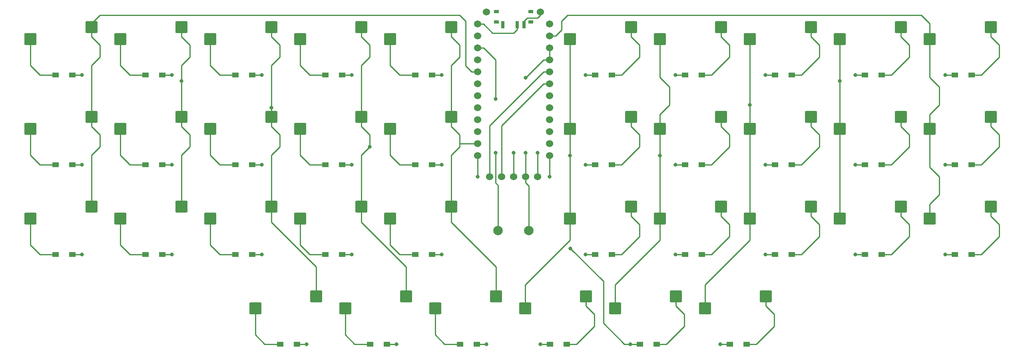
<source format=gbr>
%TF.GenerationSoftware,KiCad,Pcbnew,6.0.2+dfsg-1*%
%TF.CreationDate,2023-04-19T16:50:57+02:00*%
%TF.ProjectId,lancer-hotswap,6c616e63-6572-42d6-986f-74737761702e,rev?*%
%TF.SameCoordinates,Original*%
%TF.FileFunction,Copper,L2,Bot*%
%TF.FilePolarity,Positive*%
%FSLAX46Y46*%
G04 Gerber Fmt 4.6, Leading zero omitted, Abs format (unit mm)*
G04 Created by KiCad (PCBNEW 6.0.2+dfsg-1) date 2023-04-19 16:50:57*
%MOMM*%
%LPD*%
G01*
G04 APERTURE LIST*
G04 Aperture macros list*
%AMRoundRect*
0 Rectangle with rounded corners*
0 $1 Rounding radius*
0 $2 $3 $4 $5 $6 $7 $8 $9 X,Y pos of 4 corners*
0 Add a 4 corners polygon primitive as box body*
4,1,4,$2,$3,$4,$5,$6,$7,$8,$9,$2,$3,0*
0 Add four circle primitives for the rounded corners*
1,1,$1+$1,$2,$3*
1,1,$1+$1,$4,$5*
1,1,$1+$1,$6,$7*
1,1,$1+$1,$8,$9*
0 Add four rect primitives between the rounded corners*
20,1,$1+$1,$2,$3,$4,$5,0*
20,1,$1+$1,$4,$5,$6,$7,0*
20,1,$1+$1,$6,$7,$8,$9,0*
20,1,$1+$1,$8,$9,$2,$3,0*%
G04 Aperture macros list end*
%TA.AperFunction,SMDPad,CuDef*%
%ADD10RoundRect,0.200000X-1.075000X-1.050000X1.075000X-1.050000X1.075000X1.050000X-1.075000X1.050000X0*%
%TD*%
%TA.AperFunction,ComponentPad*%
%ADD11C,1.524000*%
%TD*%
%TA.AperFunction,ComponentPad*%
%ADD12C,2.000000*%
%TD*%
%TA.AperFunction,SMDPad,CuDef*%
%ADD13R,1.400000X1.000000*%
%TD*%
%TA.AperFunction,SMDPad,CuDef*%
%ADD14R,1.000000X0.800000*%
%TD*%
%TA.AperFunction,SMDPad,CuDef*%
%ADD15R,0.700000X1.500000*%
%TD*%
%TA.AperFunction,ViaPad*%
%ADD16C,0.800000*%
%TD*%
%TA.AperFunction,Conductor*%
%ADD17C,0.250000*%
%TD*%
G04 APERTURE END LIST*
D10*
%TO.P,SW10,1,1*%
%TO.N,/C9*%
X213895000Y-27940000D03*
%TO.P,SW10,2,2*%
%TO.N,Net-(D10-Pad2)*%
X226822000Y-25400000D03*
%TD*%
%TO.P,SW15,1,1*%
%TO.N,Net-(D15-Pad2)*%
X99595000Y-46990000D03*
%TO.P,SW15,2,2*%
%TO.N,/C4*%
X112522000Y-44450000D03*
%TD*%
%TO.P,SW19,1,1*%
%TO.N,/C8*%
X194845000Y-46990000D03*
%TO.P,SW19,2,2*%
%TO.N,Net-(D19-Pad2)*%
X207772000Y-44450000D03*
%TD*%
%TO.P,SW18,1,1*%
%TO.N,/C7*%
X175795000Y-46990000D03*
%TO.P,SW18,2,2*%
%TO.N,Net-(D18-Pad2)*%
X188722000Y-44450000D03*
%TD*%
%TO.P,SW35,1,1*%
%TO.N,/C6*%
X147220000Y-85090000D03*
%TO.P,SW35,2,2*%
%TO.N,Net-(D35-Pad2)*%
X160147000Y-82550000D03*
%TD*%
%TO.P,SW31,1,1*%
%TO.N,Net-(D31-Pad2)*%
X71020000Y-85090000D03*
%TO.P,SW31,2,2*%
%TO.N,/C2*%
X83947000Y-82550000D03*
%TD*%
%TO.P,SW27,1,1*%
%TO.N,/C6*%
X156745000Y-66040000D03*
%TO.P,SW27,2,2*%
%TO.N,Net-(D27-Pad2)*%
X169672000Y-63500000D03*
%TD*%
D11*
%TO.P,O1,1,MOSI*%
%TO.N,/SDA*%
X120650000Y-57150000D03*
%TO.P,O1,2,SCK*%
%TO.N,/SCL*%
X123190000Y-57150000D03*
%TO.P,O1,3,VCC*%
%TO.N,/VCC*%
X125730000Y-57150000D03*
%TO.P,O1,4,GND*%
%TO.N,/GND*%
X128270000Y-57150000D03*
%TO.P,O1,5,CS*%
%TO.N,/CS*%
X130810000Y-57150000D03*
%TD*%
D10*
%TO.P,SW8,1,1*%
%TO.N,/C7*%
X175795000Y-27940000D03*
%TO.P,SW8,2,2*%
%TO.N,Net-(D8-Pad2)*%
X188722000Y-25400000D03*
%TD*%
D11*
%TO.P,H11,1,1*%
%TO.N,/GND*%
X120015000Y-22225000D03*
%TD*%
D10*
%TO.P,SW16,1,1*%
%TO.N,/C5*%
X137695000Y-46990000D03*
%TO.P,SW16,2,2*%
%TO.N,Net-(D16-Pad2)*%
X150622000Y-44450000D03*
%TD*%
%TO.P,SW13,1,1*%
%TO.N,Net-(D13-Pad2)*%
X61495000Y-46990000D03*
%TO.P,SW13,2,2*%
%TO.N,/C2*%
X74422000Y-44450000D03*
%TD*%
%TO.P,SW21,1,1*%
%TO.N,Net-(D21-Pad2)*%
X23395000Y-66040000D03*
%TO.P,SW21,2,2*%
%TO.N,/C0*%
X36322000Y-63500000D03*
%TD*%
%TO.P,SW14,1,1*%
%TO.N,Net-(D14-Pad2)*%
X80545000Y-46990000D03*
%TO.P,SW14,2,2*%
%TO.N,/C3*%
X93472000Y-44450000D03*
%TD*%
%TO.P,SW32,1,1*%
%TO.N,Net-(D32-Pad2)*%
X90070000Y-85090000D03*
%TO.P,SW32,2,2*%
%TO.N,/C3*%
X102997000Y-82550000D03*
%TD*%
%TO.P,SW1,1,1*%
%TO.N,Net-(D1-Pad2)*%
X23395000Y-27940000D03*
%TO.P,SW1,2,2*%
%TO.N,/C0*%
X36322000Y-25400000D03*
%TD*%
%TO.P,SW24,1,1*%
%TO.N,Net-(D24-Pad2)*%
X80545000Y-66040000D03*
%TO.P,SW24,2,2*%
%TO.N,/C3*%
X93472000Y-63500000D03*
%TD*%
%TO.P,SW23,1,1*%
%TO.N,Net-(D23-Pad2)*%
X61495000Y-66040000D03*
%TO.P,SW23,2,2*%
%TO.N,/C2*%
X74422000Y-63500000D03*
%TD*%
%TO.P,SW9,1,1*%
%TO.N,/C8*%
X194845000Y-27940000D03*
%TO.P,SW9,2,2*%
%TO.N,Net-(D9-Pad2)*%
X207772000Y-25400000D03*
%TD*%
D11*
%TO.P,U1,1,D3/TX0/1*%
%TO.N,/CS*%
X133350000Y-24765000D03*
%TO.P,U1,2,D2/RX1/0*%
%TO.N,/C9*%
X133350000Y-27305000D03*
%TO.P,U1,3,GND*%
%TO.N,/GND*%
X133350000Y-29845000D03*
%TO.P,U1,4,GND*%
X133350000Y-32385000D03*
%TO.P,U1,5,D1/SDA/2*%
%TO.N,/SDA*%
X133350000Y-34925000D03*
%TO.P,U1,6,D0/SCL/3*%
%TO.N,/SCL*%
X133350000Y-37465000D03*
%TO.P,U1,7,D4/4*%
%TO.N,/R1*%
X133350000Y-40005000D03*
%TO.P,U1,8,C6/5*%
%TO.N,/C8*%
X133350000Y-42545000D03*
%TO.P,U1,9,D7/6*%
%TO.N,/C7*%
X133350000Y-45085000D03*
%TO.P,U1,10,E6/7*%
%TO.N,/C6*%
X133350000Y-47625000D03*
%TO.P,U1,11,B4/8*%
%TO.N,/C5*%
X133350000Y-50165000D03*
%TO.P,U1,12,B5/9*%
%TO.N,/R4*%
X133350000Y-52705000D03*
%TO.P,U1,13,10/B6*%
%TO.N,/R3*%
X118110000Y-52705000D03*
%TO.P,U1,14,16/MOSI/B2*%
%TO.N,/C4*%
X118110000Y-50165000D03*
%TO.P,U1,15,14/MISO/B3*%
%TO.N,/R2*%
X118110000Y-47625000D03*
%TO.P,U1,16,15/SCLK/B1*%
%TO.N,/C3*%
X118110000Y-45085000D03*
%TO.P,U1,17,A0/F7*%
%TO.N,/C2*%
X118110000Y-42545000D03*
%TO.P,U1,18,A1/F6*%
%TO.N,/C1*%
X118110000Y-40005000D03*
%TO.P,U1,19,A2/F5*%
%TO.N,/R0*%
X118110000Y-37465000D03*
%TO.P,U1,20,A3/F4*%
%TO.N,/C0*%
X118110000Y-34925000D03*
%TO.P,U1,21,VCC*%
%TO.N,/VCC*%
X118110000Y-32385000D03*
%TO.P,U1,22,RST*%
%TO.N,/RST*%
X118110000Y-29845000D03*
%TO.P,U1,23,GND*%
%TO.N,/GND*%
X118110000Y-27305000D03*
%TO.P,U1,24,RAW*%
%TO.N,/RAW*%
X118110000Y-24765000D03*
%TD*%
D10*
%TO.P,SW30,1,1*%
%TO.N,/C9*%
X213895000Y-66040000D03*
%TO.P,SW30,2,2*%
%TO.N,Net-(D30-Pad2)*%
X226822000Y-63500000D03*
%TD*%
%TO.P,SW34,1,1*%
%TO.N,/C5*%
X128170000Y-85090000D03*
%TO.P,SW34,2,2*%
%TO.N,Net-(D34-Pad2)*%
X141097000Y-82550000D03*
%TD*%
%TO.P,SW20,1,1*%
%TO.N,/C9*%
X213895000Y-46990000D03*
%TO.P,SW20,2,2*%
%TO.N,Net-(D20-Pad2)*%
X226822000Y-44450000D03*
%TD*%
%TO.P,SW26,1,1*%
%TO.N,/C5*%
X137695000Y-66040000D03*
%TO.P,SW26,2,2*%
%TO.N,Net-(D26-Pad2)*%
X150622000Y-63500000D03*
%TD*%
%TO.P,SW25,1,1*%
%TO.N,Net-(D25-Pad2)*%
X99595000Y-66040000D03*
%TO.P,SW25,2,2*%
%TO.N,/C4*%
X112522000Y-63500000D03*
%TD*%
%TO.P,SW29,1,1*%
%TO.N,/C8*%
X194845000Y-66040000D03*
%TO.P,SW29,2,2*%
%TO.N,Net-(D29-Pad2)*%
X207772000Y-63500000D03*
%TD*%
D12*
%TO.P,SW38,1,1*%
%TO.N,/RST*%
X122480000Y-68580000D03*
%TO.P,SW38,2,2*%
%TO.N,/GND*%
X128980000Y-68580000D03*
%TD*%
D10*
%TO.P,SW4,1,1*%
%TO.N,Net-(D4-Pad2)*%
X80545000Y-27940000D03*
%TO.P,SW4,2,2*%
%TO.N,/C3*%
X93472000Y-25400000D03*
%TD*%
%TO.P,SW36,1,1*%
%TO.N,/C7*%
X166270000Y-85090000D03*
%TO.P,SW36,2,2*%
%TO.N,Net-(D36-Pad2)*%
X179197000Y-82550000D03*
%TD*%
%TO.P,SW22,1,1*%
%TO.N,Net-(D22-Pad2)*%
X42445000Y-66040000D03*
%TO.P,SW22,2,2*%
%TO.N,/C1*%
X55372000Y-63500000D03*
%TD*%
%TO.P,SW5,1,1*%
%TO.N,Net-(D5-Pad2)*%
X99595000Y-27940000D03*
%TO.P,SW5,2,2*%
%TO.N,/C4*%
X112522000Y-25400000D03*
%TD*%
%TO.P,SW7,1,1*%
%TO.N,/C6*%
X156745000Y-27940000D03*
%TO.P,SW7,2,2*%
%TO.N,Net-(D7-Pad2)*%
X169672000Y-25400000D03*
%TD*%
%TO.P,SW2,1,1*%
%TO.N,Net-(D2-Pad2)*%
X42445000Y-27940000D03*
%TO.P,SW2,2,2*%
%TO.N,/C1*%
X55372000Y-25400000D03*
%TD*%
D11*
%TO.P,H12,1,1*%
%TO.N,/BAT+*%
X131445000Y-22225000D03*
%TD*%
D10*
%TO.P,SW3,1,1*%
%TO.N,Net-(D3-Pad2)*%
X61495000Y-27940000D03*
%TO.P,SW3,2,2*%
%TO.N,/C2*%
X74422000Y-25400000D03*
%TD*%
%TO.P,SW17,1,1*%
%TO.N,/C6*%
X156745000Y-46990000D03*
%TO.P,SW17,2,2*%
%TO.N,Net-(D17-Pad2)*%
X169672000Y-44450000D03*
%TD*%
%TO.P,SW11,1,1*%
%TO.N,Net-(D11-Pad2)*%
X23395000Y-46990000D03*
%TO.P,SW11,2,2*%
%TO.N,/C0*%
X36322000Y-44450000D03*
%TD*%
%TO.P,SW12,1,1*%
%TO.N,Net-(D12-Pad2)*%
X42445000Y-46990000D03*
%TO.P,SW12,2,2*%
%TO.N,/C1*%
X55372000Y-44450000D03*
%TD*%
%TO.P,SW33,1,1*%
%TO.N,Net-(D33-Pad2)*%
X109120000Y-85090000D03*
%TO.P,SW33,2,2*%
%TO.N,/C4*%
X122047000Y-82550000D03*
%TD*%
%TO.P,SW28,1,1*%
%TO.N,/C7*%
X175795000Y-66040000D03*
%TO.P,SW28,2,2*%
%TO.N,Net-(D28-Pad2)*%
X188722000Y-63500000D03*
%TD*%
%TO.P,SW6,1,1*%
%TO.N,/C5*%
X137695000Y-27940000D03*
%TO.P,SW6,2,2*%
%TO.N,Net-(D6-Pad2)*%
X150622000Y-25400000D03*
%TD*%
D13*
%TO.P,D2,1,K*%
%TO.N,/R0*%
X51305000Y-35560000D03*
%TO.P,D2,2,A*%
%TO.N,Net-(D2-Pad2)*%
X47755000Y-35560000D03*
%TD*%
%TO.P,D32,1,K*%
%TO.N,/R4*%
X98930000Y-92710000D03*
%TO.P,D32,2,A*%
%TO.N,Net-(D32-Pad2)*%
X95380000Y-92710000D03*
%TD*%
%TO.P,D34,1,K*%
%TO.N,/R4*%
X133480000Y-92710000D03*
%TO.P,D34,2,A*%
%TO.N,Net-(D34-Pad2)*%
X137030000Y-92710000D03*
%TD*%
%TO.P,D20,1,K*%
%TO.N,/R2*%
X219205000Y-54610000D03*
%TO.P,D20,2,A*%
%TO.N,Net-(D20-Pad2)*%
X222755000Y-54610000D03*
%TD*%
%TO.P,D30,1,K*%
%TO.N,/R3*%
X219205000Y-73660000D03*
%TO.P,D30,2,A*%
%TO.N,Net-(D30-Pad2)*%
X222755000Y-73660000D03*
%TD*%
%TO.P,D8,1,K*%
%TO.N,/R1*%
X181105000Y-35560000D03*
%TO.P,D8,2,A*%
%TO.N,Net-(D8-Pad2)*%
X184655000Y-35560000D03*
%TD*%
%TO.P,D4,1,K*%
%TO.N,/R0*%
X89405000Y-35560000D03*
%TO.P,D4,2,A*%
%TO.N,Net-(D4-Pad2)*%
X85855000Y-35560000D03*
%TD*%
%TO.P,D11,1,K*%
%TO.N,/R2*%
X32255000Y-54610000D03*
%TO.P,D11,2,A*%
%TO.N,Net-(D11-Pad2)*%
X28705000Y-54610000D03*
%TD*%
%TO.P,D7,1,K*%
%TO.N,/R1*%
X162055000Y-35560000D03*
%TO.P,D7,2,A*%
%TO.N,Net-(D7-Pad2)*%
X165605000Y-35560000D03*
%TD*%
%TO.P,D29,1,K*%
%TO.N,/R3*%
X200155000Y-73660000D03*
%TO.P,D29,2,A*%
%TO.N,Net-(D29-Pad2)*%
X203705000Y-73660000D03*
%TD*%
%TO.P,D3,1,K*%
%TO.N,/R0*%
X70355000Y-35560000D03*
%TO.P,D3,2,A*%
%TO.N,Net-(D3-Pad2)*%
X66805000Y-35560000D03*
%TD*%
%TO.P,D23,1,K*%
%TO.N,/R3*%
X70355000Y-73660000D03*
%TO.P,D23,2,A*%
%TO.N,Net-(D23-Pad2)*%
X66805000Y-73660000D03*
%TD*%
%TO.P,D27,1,K*%
%TO.N,/R3*%
X162055000Y-73660000D03*
%TO.P,D27,2,A*%
%TO.N,Net-(D27-Pad2)*%
X165605000Y-73660000D03*
%TD*%
%TO.P,D1,1,K*%
%TO.N,/R0*%
X32255000Y-35560000D03*
%TO.P,D1,2,A*%
%TO.N,Net-(D1-Pad2)*%
X28705000Y-35560000D03*
%TD*%
%TO.P,D9,1,K*%
%TO.N,/R1*%
X200155000Y-35560000D03*
%TO.P,D9,2,A*%
%TO.N,Net-(D9-Pad2)*%
X203705000Y-35560000D03*
%TD*%
%TO.P,D28,1,K*%
%TO.N,/R3*%
X181105000Y-73660000D03*
%TO.P,D28,2,A*%
%TO.N,Net-(D28-Pad2)*%
X184655000Y-73660000D03*
%TD*%
%TO.P,D16,1,K*%
%TO.N,/R2*%
X143005000Y-54610000D03*
%TO.P,D16,2,A*%
%TO.N,Net-(D16-Pad2)*%
X146555000Y-54610000D03*
%TD*%
%TO.P,D35,1,K*%
%TO.N,/R4*%
X152530000Y-92710000D03*
%TO.P,D35,2,A*%
%TO.N,Net-(D35-Pad2)*%
X156080000Y-92710000D03*
%TD*%
D14*
%TO.P,SW37,*%
%TO.N,*%
X122080000Y-24275000D03*
X122080000Y-22065000D03*
X129380000Y-24275000D03*
X129380000Y-22065000D03*
D15*
%TO.P,SW37,1,A*%
%TO.N,unconnected-(SW37-Pad1)*%
X123480000Y-24925000D03*
%TO.P,SW37,2,B*%
%TO.N,/RAW*%
X126480000Y-24925000D03*
%TO.P,SW37,3,C*%
%TO.N,/BAT+*%
X127980000Y-24925000D03*
%TD*%
D13*
%TO.P,D18,1,K*%
%TO.N,/R2*%
X181105000Y-54610000D03*
%TO.P,D18,2,A*%
%TO.N,Net-(D18-Pad2)*%
X184655000Y-54610000D03*
%TD*%
%TO.P,D33,1,K*%
%TO.N,/R4*%
X117980000Y-92710000D03*
%TO.P,D33,2,A*%
%TO.N,Net-(D33-Pad2)*%
X114430000Y-92710000D03*
%TD*%
%TO.P,D6,1,K*%
%TO.N,/R1*%
X143005000Y-35560000D03*
%TO.P,D6,2,A*%
%TO.N,Net-(D6-Pad2)*%
X146555000Y-35560000D03*
%TD*%
%TO.P,D36,1,K*%
%TO.N,/R4*%
X171580000Y-92710000D03*
%TO.P,D36,2,A*%
%TO.N,Net-(D36-Pad2)*%
X175130000Y-92710000D03*
%TD*%
%TO.P,D17,1,K*%
%TO.N,/R2*%
X162055000Y-54610000D03*
%TO.P,D17,2,A*%
%TO.N,Net-(D17-Pad2)*%
X165605000Y-54610000D03*
%TD*%
%TO.P,D5,1,K*%
%TO.N,/R0*%
X108455000Y-35560000D03*
%TO.P,D5,2,A*%
%TO.N,Net-(D5-Pad2)*%
X104905000Y-35560000D03*
%TD*%
%TO.P,D21,1,K*%
%TO.N,/R3*%
X32255000Y-73660000D03*
%TO.P,D21,2,A*%
%TO.N,Net-(D21-Pad2)*%
X28705000Y-73660000D03*
%TD*%
%TO.P,D12,1,K*%
%TO.N,/R2*%
X51305000Y-54610000D03*
%TO.P,D12,2,A*%
%TO.N,Net-(D12-Pad2)*%
X47755000Y-54610000D03*
%TD*%
%TO.P,D10,1,K*%
%TO.N,/R1*%
X219205000Y-35560000D03*
%TO.P,D10,2,A*%
%TO.N,Net-(D10-Pad2)*%
X222755000Y-35560000D03*
%TD*%
%TO.P,D26,1,K*%
%TO.N,/R3*%
X143005000Y-73660000D03*
%TO.P,D26,2,A*%
%TO.N,Net-(D26-Pad2)*%
X146555000Y-73660000D03*
%TD*%
%TO.P,D25,1,K*%
%TO.N,/R3*%
X108455000Y-73660000D03*
%TO.P,D25,2,A*%
%TO.N,Net-(D25-Pad2)*%
X104905000Y-73660000D03*
%TD*%
%TO.P,D19,1,K*%
%TO.N,/R2*%
X200155000Y-54610000D03*
%TO.P,D19,2,A*%
%TO.N,Net-(D19-Pad2)*%
X203705000Y-54610000D03*
%TD*%
%TO.P,D13,1,K*%
%TO.N,/R2*%
X70355000Y-54610000D03*
%TO.P,D13,2,A*%
%TO.N,Net-(D13-Pad2)*%
X66805000Y-54610000D03*
%TD*%
%TO.P,D22,1,K*%
%TO.N,/R3*%
X51305000Y-73660000D03*
%TO.P,D22,2,A*%
%TO.N,Net-(D22-Pad2)*%
X47755000Y-73660000D03*
%TD*%
%TO.P,D15,1,K*%
%TO.N,/R2*%
X108455000Y-54610000D03*
%TO.P,D15,2,A*%
%TO.N,Net-(D15-Pad2)*%
X104905000Y-54610000D03*
%TD*%
%TO.P,D14,1,K*%
%TO.N,/R2*%
X89405000Y-54610000D03*
%TO.P,D14,2,A*%
%TO.N,Net-(D14-Pad2)*%
X85855000Y-54610000D03*
%TD*%
%TO.P,D31,1,K*%
%TO.N,/R4*%
X79880000Y-92710000D03*
%TO.P,D31,2,A*%
%TO.N,Net-(D31-Pad2)*%
X76330000Y-92710000D03*
%TD*%
%TO.P,D24,1,K*%
%TO.N,/R3*%
X89405000Y-73660000D03*
%TO.P,D24,2,A*%
%TO.N,Net-(D24-Pad2)*%
X85855000Y-73660000D03*
%TD*%
D16*
%TO.N,/RST*%
X121920000Y-40640000D03*
X121920000Y-52070000D03*
%TO.N,/GND*%
X128270000Y-36195000D03*
X128270000Y-52070000D03*
%TO.N,/CS*%
X130810000Y-52070000D03*
%TO.N,/VCC*%
X125730000Y-52070000D03*
%TO.N,/R0*%
X72390000Y-35560000D03*
X34290000Y-35560000D03*
X53340000Y-35560000D03*
X110490000Y-35560000D03*
X91440000Y-35560000D03*
%TO.N,/R1*%
X217170000Y-35560000D03*
X179070000Y-35560000D03*
X160020000Y-35560000D03*
X140970000Y-35560000D03*
X198120000Y-35560000D03*
%TO.N,/R2*%
X160020000Y-54610000D03*
X110490000Y-54610000D03*
X53340000Y-54610000D03*
X140970000Y-54610000D03*
X198120000Y-54610000D03*
X91440000Y-54610000D03*
X179070000Y-54610000D03*
X34290000Y-54610000D03*
X72390000Y-54610000D03*
X217170000Y-54610000D03*
%TO.N,/R3*%
X160020000Y-73660000D03*
X198120000Y-73660000D03*
X34290000Y-73660000D03*
X72390000Y-73660000D03*
X179070000Y-73660000D03*
X118110000Y-57150000D03*
X53340000Y-73660000D03*
X110490000Y-73660000D03*
X217170000Y-73660000D03*
X91440000Y-73660000D03*
X140970000Y-73660000D03*
%TO.N,/R4*%
X133350000Y-57150000D03*
X100965000Y-92710000D03*
X131445000Y-92710000D03*
X120015000Y-92710000D03*
X150495000Y-92710000D03*
X81915000Y-92710000D03*
X137795000Y-72390000D03*
X169545000Y-92710000D03*
%TO.N,/C1*%
X55372000Y-36830000D03*
%TO.N,/C2*%
X74422000Y-42545000D03*
%TO.N,/C3*%
X95250000Y-50800000D03*
%TO.N,/C5*%
X137695000Y-52705000D03*
%TO.N,/C6*%
X156745000Y-52705000D03*
%TO.N,/C7*%
X175795000Y-41910000D03*
%TO.N,/C8*%
X194845000Y-36830000D03*
%TD*%
D17*
%TO.N,Net-(D1-Pad2)*%
X23395000Y-33555000D02*
X25400000Y-35560000D01*
X25400000Y-35560000D02*
X28705000Y-35560000D01*
X23395000Y-27940000D02*
X23395000Y-33555000D01*
%TO.N,Net-(D2-Pad2)*%
X44450000Y-35560000D02*
X47755000Y-35560000D01*
X42445000Y-27940000D02*
X42445000Y-33555000D01*
X42445000Y-33555000D02*
X44450000Y-35560000D01*
%TO.N,Net-(D3-Pad2)*%
X61495000Y-33555000D02*
X63500000Y-35560000D01*
X61495000Y-27940000D02*
X61495000Y-33555000D01*
X63500000Y-35560000D02*
X66805000Y-35560000D01*
%TO.N,Net-(D4-Pad2)*%
X80545000Y-33555000D02*
X82550000Y-35560000D01*
X80545000Y-27940000D02*
X80545000Y-33555000D01*
X82550000Y-35560000D02*
X85855000Y-35560000D01*
%TO.N,Net-(D5-Pad2)*%
X99595000Y-33555000D02*
X101600000Y-35560000D01*
X101600000Y-35560000D02*
X104905000Y-35560000D01*
X99595000Y-27940000D02*
X99595000Y-33555000D01*
%TO.N,Net-(D6-Pad2)*%
X150622000Y-25400000D02*
X150622000Y-27432000D01*
X150622000Y-27432000D02*
X152400000Y-29210000D01*
X152400000Y-29210000D02*
X152400000Y-31750000D01*
X152400000Y-31750000D02*
X148590000Y-35560000D01*
X148590000Y-35560000D02*
X146555000Y-35560000D01*
%TO.N,Net-(D7-Pad2)*%
X169672000Y-27432000D02*
X171450000Y-29210000D01*
X169672000Y-25400000D02*
X169672000Y-27432000D01*
X171450000Y-29210000D02*
X171450000Y-31750000D01*
X171450000Y-31750000D02*
X167640000Y-35560000D01*
X167640000Y-35560000D02*
X165605000Y-35560000D01*
%TO.N,Net-(D8-Pad2)*%
X190500000Y-29210000D02*
X190500000Y-31750000D01*
X186690000Y-35560000D02*
X184655000Y-35560000D01*
X190500000Y-31750000D02*
X186690000Y-35560000D01*
X188722000Y-27432000D02*
X190500000Y-29210000D01*
X188722000Y-25400000D02*
X188722000Y-27432000D01*
%TO.N,Net-(D10-Pad2)*%
X226822000Y-27432000D02*
X228600000Y-29210000D01*
X228600000Y-29210000D02*
X228600000Y-31750000D01*
X224790000Y-35560000D02*
X222755000Y-35560000D01*
X226822000Y-25400000D02*
X226822000Y-27432000D01*
X228600000Y-31750000D02*
X224790000Y-35560000D01*
%TO.N,Net-(D11-Pad2)*%
X28705000Y-54610000D02*
X25400000Y-54610000D01*
X23395000Y-52605000D02*
X23395000Y-46990000D01*
X25400000Y-54610000D02*
X23395000Y-52605000D01*
%TO.N,Net-(D12-Pad2)*%
X44450000Y-54610000D02*
X42445000Y-52605000D01*
X42445000Y-52605000D02*
X42445000Y-46990000D01*
X47755000Y-54610000D02*
X44450000Y-54610000D01*
%TO.N,Net-(D13-Pad2)*%
X66805000Y-54610000D02*
X63500000Y-54610000D01*
X61495000Y-52605000D02*
X61495000Y-46990000D01*
X63500000Y-54610000D02*
X61495000Y-52605000D01*
%TO.N,Net-(D14-Pad2)*%
X85855000Y-54610000D02*
X82550000Y-54610000D01*
X80545000Y-52605000D02*
X80545000Y-46990000D01*
X82550000Y-54610000D02*
X80545000Y-52605000D01*
%TO.N,Net-(D15-Pad2)*%
X101600000Y-54610000D02*
X99595000Y-52605000D01*
X104905000Y-54610000D02*
X101600000Y-54610000D01*
X99595000Y-52605000D02*
X99595000Y-46990000D01*
%TO.N,Net-(D17-Pad2)*%
X169672000Y-46482000D02*
X171450000Y-48260000D01*
X171450000Y-50800000D02*
X167640000Y-54610000D01*
X171450000Y-48260000D02*
X171450000Y-50800000D01*
X169672000Y-44450000D02*
X169672000Y-46482000D01*
X167640000Y-54610000D02*
X165605000Y-54610000D01*
%TO.N,Net-(D19-Pad2)*%
X209550000Y-48260000D02*
X209550000Y-50800000D01*
X207772000Y-44450000D02*
X207772000Y-46482000D01*
X209550000Y-50800000D02*
X205740000Y-54610000D01*
X207772000Y-46482000D02*
X209550000Y-48260000D01*
X205740000Y-54610000D02*
X203705000Y-54610000D01*
%TO.N,Net-(D21-Pad2)*%
X25400000Y-73660000D02*
X23395000Y-71655000D01*
X28705000Y-73660000D02*
X25400000Y-73660000D01*
X23395000Y-71655000D02*
X23395000Y-66040000D01*
%TO.N,Net-(D22-Pad2)*%
X44450000Y-73660000D02*
X42445000Y-71655000D01*
X47755000Y-73660000D02*
X44450000Y-73660000D01*
X42445000Y-71655000D02*
X42445000Y-66040000D01*
%TO.N,Net-(D23-Pad2)*%
X66805000Y-73660000D02*
X63500000Y-73660000D01*
X63500000Y-73660000D02*
X61495000Y-71655000D01*
X61495000Y-71655000D02*
X61495000Y-66040000D01*
%TO.N,Net-(D24-Pad2)*%
X80545000Y-71655000D02*
X80545000Y-66040000D01*
X82550000Y-73660000D02*
X80545000Y-71655000D01*
X85855000Y-73660000D02*
X82550000Y-73660000D01*
%TO.N,Net-(D25-Pad2)*%
X101600000Y-73660000D02*
X99595000Y-71655000D01*
X99595000Y-71655000D02*
X99595000Y-66040000D01*
X104905000Y-73660000D02*
X101600000Y-73660000D01*
%TO.N,Net-(D28-Pad2)*%
X186690000Y-73660000D02*
X184655000Y-73660000D01*
X188722000Y-65532000D02*
X190500000Y-67310000D01*
X188722000Y-63500000D02*
X188722000Y-65532000D01*
X190500000Y-69850000D02*
X186690000Y-73660000D01*
X190500000Y-67310000D02*
X190500000Y-69850000D01*
%TO.N,Net-(D31-Pad2)*%
X73025000Y-92710000D02*
X76330000Y-92710000D01*
X71020000Y-90705000D02*
X73025000Y-92710000D01*
X71020000Y-85090000D02*
X71020000Y-90705000D01*
%TO.N,Net-(D32-Pad2)*%
X90070000Y-85090000D02*
X90070000Y-90705000D01*
X90070000Y-90705000D02*
X92075000Y-92710000D01*
X92075000Y-92710000D02*
X95380000Y-92710000D01*
%TO.N,Net-(D33-Pad2)*%
X109120000Y-85090000D02*
X109120000Y-90705000D01*
X109120000Y-90705000D02*
X111125000Y-92710000D01*
X111125000Y-92710000D02*
X114430000Y-92710000D01*
%TO.N,Net-(D34-Pad2)*%
X141097000Y-82550000D02*
X141097000Y-84582000D01*
X142875000Y-88900000D02*
X139065000Y-92710000D01*
X139065000Y-92710000D02*
X137030000Y-92710000D01*
X141097000Y-84582000D02*
X142875000Y-86360000D01*
X142875000Y-86360000D02*
X142875000Y-88900000D01*
%TO.N,Net-(D35-Pad2)*%
X158115000Y-92710000D02*
X156080000Y-92710000D01*
X161925000Y-86360000D02*
X161925000Y-88900000D01*
X160147000Y-84582000D02*
X161925000Y-86360000D01*
X161925000Y-88900000D02*
X158115000Y-92710000D01*
X160147000Y-82550000D02*
X160147000Y-84582000D01*
%TO.N,/SDA*%
X133350000Y-34925000D02*
X132080000Y-34925000D01*
X132080000Y-34925000D02*
X120650000Y-46355000D01*
X120650000Y-46355000D02*
X120650000Y-57150000D01*
%TO.N,/SCL*%
X123190000Y-46355000D02*
X123190000Y-57150000D01*
X132080000Y-37465000D02*
X123190000Y-46355000D01*
X133350000Y-37465000D02*
X132080000Y-37465000D01*
%TO.N,/BAT+*%
X131445000Y-22860000D02*
X130810000Y-23495000D01*
X130810000Y-23495000D02*
X128610978Y-23495000D01*
X131445000Y-22225000D02*
X131445000Y-22860000D01*
X127980000Y-24125978D02*
X127980000Y-24925000D01*
X128610978Y-23495000D02*
X127980000Y-24125978D01*
%TO.N,/RAW*%
X121285000Y-26670000D02*
X125730000Y-26670000D01*
X125730000Y-26670000D02*
X126480000Y-25920000D01*
X126480000Y-25920000D02*
X126480000Y-24925000D01*
X119380000Y-24765000D02*
X121285000Y-26670000D01*
X118110000Y-24765000D02*
X119380000Y-24765000D01*
%TO.N,/RST*%
X121920000Y-58420000D02*
X121920000Y-52070000D01*
X122480000Y-58980000D02*
X121920000Y-58420000D01*
X119380000Y-29845000D02*
X118110000Y-29845000D01*
X122480000Y-68580000D02*
X122480000Y-58980000D01*
X121920000Y-40640000D02*
X121920000Y-32385000D01*
X121920000Y-32385000D02*
X119380000Y-29845000D01*
%TO.N,/GND*%
X133350000Y-32385000D02*
X132080000Y-32385000D01*
X128980000Y-59130000D02*
X128270000Y-58420000D01*
X128980000Y-68580000D02*
X128980000Y-59130000D01*
X133350000Y-32385000D02*
X133350000Y-29845000D01*
X128270000Y-57150000D02*
X128270000Y-52070000D01*
X132080000Y-32385000D02*
X128270000Y-36195000D01*
X128270000Y-58420000D02*
X128270000Y-57150000D01*
%TO.N,/CS*%
X130810000Y-57150000D02*
X130810000Y-52070000D01*
%TO.N,/VCC*%
X125730000Y-57150000D02*
X125730000Y-52070000D01*
%TO.N,Net-(D9-Pad2)*%
X207772000Y-27432000D02*
X209550000Y-29210000D01*
X209550000Y-29210000D02*
X209550000Y-31750000D01*
X207772000Y-25400000D02*
X207772000Y-27432000D01*
X209550000Y-31750000D02*
X205740000Y-35560000D01*
X205740000Y-35560000D02*
X203705000Y-35560000D01*
%TO.N,Net-(D16-Pad2)*%
X152400000Y-50800000D02*
X148590000Y-54610000D01*
X150622000Y-46482000D02*
X152400000Y-48260000D01*
X148590000Y-54610000D02*
X146555000Y-54610000D01*
X150622000Y-44450000D02*
X150622000Y-46482000D01*
X152400000Y-48260000D02*
X152400000Y-50800000D01*
%TO.N,Net-(D18-Pad2)*%
X190500000Y-48260000D02*
X190500000Y-50800000D01*
X188722000Y-44450000D02*
X188722000Y-46482000D01*
X186690000Y-54610000D02*
X184655000Y-54610000D01*
X190500000Y-50800000D02*
X186690000Y-54610000D01*
X188722000Y-46482000D02*
X190500000Y-48260000D01*
%TO.N,Net-(D20-Pad2)*%
X226822000Y-46482000D02*
X228600000Y-48260000D01*
X226822000Y-44450000D02*
X226822000Y-46482000D01*
X228600000Y-48260000D02*
X228600000Y-50800000D01*
X224790000Y-54610000D02*
X222755000Y-54610000D01*
X228600000Y-50800000D02*
X224790000Y-54610000D01*
%TO.N,Net-(D26-Pad2)*%
X150622000Y-65532000D02*
X152400000Y-67310000D01*
X152400000Y-69850000D02*
X148590000Y-73660000D01*
X150622000Y-63500000D02*
X150622000Y-65532000D01*
X152400000Y-67310000D02*
X152400000Y-69850000D01*
X148590000Y-73660000D02*
X146555000Y-73660000D01*
%TO.N,Net-(D27-Pad2)*%
X171450000Y-69850000D02*
X167640000Y-73660000D01*
X169672000Y-65532000D02*
X171450000Y-67310000D01*
X169672000Y-63500000D02*
X169672000Y-65532000D01*
X171450000Y-67310000D02*
X171450000Y-69850000D01*
X167640000Y-73660000D02*
X165605000Y-73660000D01*
%TO.N,Net-(D29-Pad2)*%
X207772000Y-65532000D02*
X209550000Y-67310000D01*
X207772000Y-63500000D02*
X207772000Y-65532000D01*
X209550000Y-67310000D02*
X209550000Y-69850000D01*
X205740000Y-73660000D02*
X203705000Y-73660000D01*
X209550000Y-69850000D02*
X205740000Y-73660000D01*
%TO.N,Net-(D30-Pad2)*%
X228600000Y-69850000D02*
X224790000Y-73660000D01*
X226822000Y-65532000D02*
X228600000Y-67310000D01*
X226822000Y-63500000D02*
X226822000Y-65532000D01*
X228600000Y-67310000D02*
X228600000Y-69850000D01*
X224790000Y-73660000D02*
X222755000Y-73660000D01*
%TO.N,Net-(D36-Pad2)*%
X177165000Y-92710000D02*
X175130000Y-92710000D01*
X180975000Y-86360000D02*
X180975000Y-88900000D01*
X179197000Y-82550000D02*
X179197000Y-84582000D01*
X180975000Y-88900000D02*
X177165000Y-92710000D01*
X179197000Y-84582000D02*
X180975000Y-86360000D01*
%TO.N,/R0*%
X32255000Y-35560000D02*
X34290000Y-35560000D01*
X51305000Y-35560000D02*
X53340000Y-35560000D01*
X70355000Y-35560000D02*
X72390000Y-35560000D01*
X89405000Y-35560000D02*
X91440000Y-35560000D01*
X108455000Y-35560000D02*
X110490000Y-35560000D01*
%TO.N,/R1*%
X162055000Y-35560000D02*
X160020000Y-35560000D01*
X200155000Y-35560000D02*
X198120000Y-35560000D01*
X181105000Y-35560000D02*
X179070000Y-35560000D01*
X143005000Y-35560000D02*
X140970000Y-35560000D01*
X219205000Y-35560000D02*
X217170000Y-35560000D01*
%TO.N,/R2*%
X108455000Y-54610000D02*
X110490000Y-54610000D01*
X181105000Y-54610000D02*
X179070000Y-54610000D01*
X89405000Y-54610000D02*
X91440000Y-54610000D01*
X51305000Y-54610000D02*
X53340000Y-54610000D01*
X32255000Y-54610000D02*
X34290000Y-54610000D01*
X219205000Y-54610000D02*
X217170000Y-54610000D01*
X200155000Y-54610000D02*
X198120000Y-54610000D01*
X70355000Y-54610000D02*
X72390000Y-54610000D01*
X162055000Y-54610000D02*
X160020000Y-54610000D01*
X143005000Y-54610000D02*
X140970000Y-54610000D01*
%TO.N,/R3*%
X143005000Y-73660000D02*
X140970000Y-73660000D01*
X32255000Y-73660000D02*
X34290000Y-73660000D01*
X200155000Y-73660000D02*
X198120000Y-73660000D01*
X219205000Y-73660000D02*
X217170000Y-73660000D01*
X89405000Y-73660000D02*
X91440000Y-73660000D01*
X70355000Y-73660000D02*
X72390000Y-73660000D01*
X51305000Y-73660000D02*
X53340000Y-73660000D01*
X108455000Y-73660000D02*
X110490000Y-73660000D01*
X118110000Y-52705000D02*
X118110000Y-57150000D01*
X181105000Y-73660000D02*
X179070000Y-73660000D01*
X162055000Y-73660000D02*
X160020000Y-73660000D01*
%TO.N,/R4*%
X150495000Y-92710000D02*
X149225000Y-92710000D01*
X133350000Y-52705000D02*
X133350000Y-57150000D01*
X171580000Y-92710000D02*
X169545000Y-92710000D01*
X149225000Y-92710000D02*
X144780000Y-88265000D01*
X144780000Y-88265000D02*
X144780000Y-79375000D01*
X98930000Y-92710000D02*
X100965000Y-92710000D01*
X79880000Y-92710000D02*
X81915000Y-92710000D01*
X117980000Y-92710000D02*
X120015000Y-92710000D01*
X152530000Y-92710000D02*
X150495000Y-92710000D01*
X144780000Y-79375000D02*
X137795000Y-72390000D01*
X133480000Y-92710000D02*
X131445000Y-92710000D01*
%TO.N,/C0*%
X38100000Y-48260000D02*
X38100000Y-50800000D01*
X115570000Y-33655000D02*
X115570000Y-24130000D01*
X36322000Y-27432000D02*
X38100000Y-29210000D01*
X118110000Y-34925000D02*
X116840000Y-34925000D01*
X114300000Y-22860000D02*
X38100000Y-22860000D01*
X36322000Y-44450000D02*
X36322000Y-33528000D01*
X36322000Y-52578000D02*
X38100000Y-50800000D01*
X38100000Y-22860000D02*
X36322000Y-24638000D01*
X115570000Y-24130000D02*
X114300000Y-22860000D01*
X36322000Y-33528000D02*
X38100000Y-31750000D01*
X38100000Y-29210000D02*
X38100000Y-31750000D01*
X36322000Y-25400000D02*
X36322000Y-27432000D01*
X36322000Y-24638000D02*
X36322000Y-25400000D01*
X36322000Y-44450000D02*
X36322000Y-46482000D01*
X36322000Y-46482000D02*
X38100000Y-48260000D01*
X116840000Y-34925000D02*
X115570000Y-33655000D01*
X36322000Y-63500000D02*
X36322000Y-52578000D01*
%TO.N,/C1*%
X55372000Y-27432000D02*
X57150000Y-29210000D01*
X57150000Y-48260000D02*
X57150000Y-50800000D01*
X55372000Y-52578000D02*
X57150000Y-50800000D01*
X55372000Y-44450000D02*
X55372000Y-33528000D01*
X55372000Y-46482000D02*
X57150000Y-48260000D01*
X57150000Y-29210000D02*
X57150000Y-31750000D01*
X55372000Y-63500000D02*
X55372000Y-52578000D01*
X57150000Y-31750000D02*
X55372000Y-33528000D01*
X55372000Y-44450000D02*
X55372000Y-46482000D01*
X55372000Y-25400000D02*
X55372000Y-27432000D01*
%TO.N,/C2*%
X76200000Y-29210000D02*
X76200000Y-31750000D01*
X74422000Y-44450000D02*
X74422000Y-33528000D01*
X74422000Y-63500000D02*
X74422000Y-52578000D01*
X74422000Y-46482000D02*
X76200000Y-48260000D01*
X74422000Y-52578000D02*
X76200000Y-50800000D01*
X74422000Y-44450000D02*
X74422000Y-46482000D01*
X76200000Y-48260000D02*
X76200000Y-50800000D01*
X74422000Y-25400000D02*
X74422000Y-27432000D01*
X74422000Y-63500000D02*
X74422000Y-66802000D01*
X74422000Y-27432000D02*
X76200000Y-29210000D01*
X74422000Y-66802000D02*
X83947000Y-76327000D01*
X74422000Y-33528000D02*
X76200000Y-31750000D01*
X83947000Y-76327000D02*
X83947000Y-82550000D01*
%TO.N,/C3*%
X93472000Y-44450000D02*
X93472000Y-46482000D01*
X93472000Y-27432000D02*
X95250000Y-29210000D01*
X93472000Y-46482000D02*
X95250000Y-48260000D01*
X95250000Y-48260000D02*
X95250000Y-50800000D01*
X93472000Y-66802000D02*
X102997000Y-76327000D01*
X93472000Y-63500000D02*
X93472000Y-52578000D01*
X93472000Y-44450000D02*
X93472000Y-33528000D01*
X93472000Y-52578000D02*
X95250000Y-50800000D01*
X95250000Y-29210000D02*
X95250000Y-31750000D01*
X93472000Y-33528000D02*
X95250000Y-31750000D01*
X93472000Y-63500000D02*
X93472000Y-66802000D01*
X93472000Y-25400000D02*
X93472000Y-27432000D01*
X102997000Y-76327000D02*
X102997000Y-82550000D01*
%TO.N,/C4*%
X112522000Y-66802000D02*
X122047000Y-76327000D01*
X112522000Y-63500000D02*
X112522000Y-52578000D01*
X114300000Y-31750000D02*
X114300000Y-29210000D01*
X112522000Y-46482000D02*
X114300000Y-48260000D01*
X112522000Y-52578000D02*
X114300000Y-50800000D01*
X112522000Y-25400000D02*
X112522000Y-27432000D01*
X112522000Y-27432000D02*
X114300000Y-29210000D01*
X114300000Y-48260000D02*
X114300000Y-50165000D01*
X118110000Y-50165000D02*
X114300000Y-50165000D01*
X114300000Y-50165000D02*
X114300000Y-50800000D01*
X122047000Y-76327000D02*
X122047000Y-82550000D01*
X112522000Y-33528000D02*
X114300000Y-31750000D01*
X112522000Y-63500000D02*
X112522000Y-66802000D01*
X112522000Y-44450000D02*
X112522000Y-46482000D01*
X112522000Y-44450000D02*
X112522000Y-33528000D01*
%TO.N,/C5*%
X137695000Y-70585000D02*
X137695000Y-66040000D01*
X128170000Y-80110000D02*
X137695000Y-70585000D01*
X128170000Y-85090000D02*
X128170000Y-80110000D01*
X137695000Y-27940000D02*
X137695000Y-66040000D01*
%TO.N,/C6*%
X156745000Y-46990000D02*
X156745000Y-43915000D01*
X156745000Y-27940000D02*
X156745000Y-36095000D01*
X156745000Y-36095000D02*
X158750000Y-38100000D01*
X147220000Y-85090000D02*
X147220000Y-80110000D01*
X158750000Y-38100000D02*
X158750000Y-41910000D01*
X147220000Y-80110000D02*
X156745000Y-70585000D01*
X156745000Y-43915000D02*
X158750000Y-41910000D01*
X156745000Y-70585000D02*
X156745000Y-66040000D01*
X156745000Y-46990000D02*
X156745000Y-66040000D01*
%TO.N,/C7*%
X175795000Y-66040000D02*
X175795000Y-27940000D01*
X166270000Y-85090000D02*
X166270000Y-80110000D01*
X166270000Y-80110000D02*
X175795000Y-70585000D01*
X175795000Y-70585000D02*
X175795000Y-66040000D01*
%TO.N,/C8*%
X194845000Y-66040000D02*
X194845000Y-27940000D01*
%TO.N,/C9*%
X213895000Y-62965000D02*
X215900000Y-60960000D01*
X213895000Y-46990000D02*
X213895000Y-43915000D01*
X134620000Y-27305000D02*
X135890000Y-26035000D01*
X215900000Y-41910000D02*
X215900000Y-38100000D01*
X215900000Y-57150000D02*
X215900000Y-60960000D01*
X213895000Y-36095000D02*
X213895000Y-27940000D01*
X135890000Y-24130000D02*
X137160000Y-22860000D01*
X137160000Y-22860000D02*
X212090000Y-22860000D01*
X213895000Y-24665000D02*
X213895000Y-27940000D01*
X213895000Y-46990000D02*
X213895000Y-55145000D01*
X133350000Y-27305000D02*
X134620000Y-27305000D01*
X213895000Y-55145000D02*
X215900000Y-57150000D01*
X135890000Y-26035000D02*
X135890000Y-24130000D01*
X215900000Y-38100000D02*
X213895000Y-36095000D01*
X212090000Y-22860000D02*
X213895000Y-24665000D01*
X213895000Y-66040000D02*
X213895000Y-62965000D01*
X213895000Y-43915000D02*
X215900000Y-41910000D01*
%TD*%
M02*

</source>
